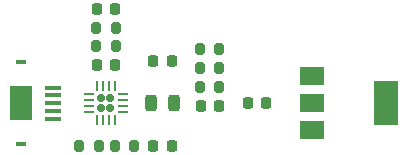
<source format=gtp>
%TF.GenerationSoftware,KiCad,Pcbnew,(6.0.0-0)*%
%TF.CreationDate,2022-11-25T09:54:55+01:00*%
%TF.ProjectId,bq24072_pmic_board,62713234-3037-4325-9f70-6d69635f626f,rev?*%
%TF.SameCoordinates,Original*%
%TF.FileFunction,Paste,Top*%
%TF.FilePolarity,Positive*%
%FSLAX46Y46*%
G04 Gerber Fmt 4.6, Leading zero omitted, Abs format (unit mm)*
G04 Created by KiCad (PCBNEW (6.0.0-0)) date 2022-11-25 09:54:55*
%MOMM*%
%LPD*%
G01*
G04 APERTURE LIST*
G04 Aperture macros list*
%AMRoundRect*
0 Rectangle with rounded corners*
0 $1 Rounding radius*
0 $2 $3 $4 $5 $6 $7 $8 $9 X,Y pos of 4 corners*
0 Add a 4 corners polygon primitive as box body*
4,1,4,$2,$3,$4,$5,$6,$7,$8,$9,$2,$3,0*
0 Add four circle primitives for the rounded corners*
1,1,$1+$1,$2,$3*
1,1,$1+$1,$4,$5*
1,1,$1+$1,$6,$7*
1,1,$1+$1,$8,$9*
0 Add four rect primitives between the rounded corners*
20,1,$1+$1,$2,$3,$4,$5,0*
20,1,$1+$1,$4,$5,$6,$7,0*
20,1,$1+$1,$6,$7,$8,$9,0*
20,1,$1+$1,$8,$9,$2,$3,0*%
G04 Aperture macros list end*
%ADD10RoundRect,0.200000X0.200000X0.275000X-0.200000X0.275000X-0.200000X-0.275000X0.200000X-0.275000X0*%
%ADD11RoundRect,0.200000X-0.200000X-0.275000X0.200000X-0.275000X0.200000X0.275000X-0.200000X0.275000X0*%
%ADD12RoundRect,0.218750X-0.218750X-0.256250X0.218750X-0.256250X0.218750X0.256250X-0.218750X0.256250X0*%
%ADD13RoundRect,0.225000X-0.225000X-0.250000X0.225000X-0.250000X0.225000X0.250000X-0.225000X0.250000X0*%
%ADD14RoundRect,0.160000X0.160000X-0.160000X0.160000X0.160000X-0.160000X0.160000X-0.160000X-0.160000X0*%
%ADD15RoundRect,0.062500X0.062500X-0.375000X0.062500X0.375000X-0.062500X0.375000X-0.062500X-0.375000X0*%
%ADD16RoundRect,0.062500X0.375000X-0.062500X0.375000X0.062500X-0.375000X0.062500X-0.375000X-0.062500X0*%
%ADD17RoundRect,0.218750X0.218750X0.256250X-0.218750X0.256250X-0.218750X-0.256250X0.218750X-0.256250X0*%
%ADD18R,0.850000X0.300000*%
%ADD19R,1.350000X0.400000*%
%ADD20R,1.900000X2.900000*%
%ADD21RoundRect,0.225000X0.225000X0.250000X-0.225000X0.250000X-0.225000X-0.250000X0.225000X-0.250000X0*%
%ADD22R,2.000000X1.500000*%
%ADD23R,2.000000X3.800000*%
%ADD24RoundRect,0.243750X-0.243750X-0.456250X0.243750X-0.456250X0.243750X0.456250X-0.243750X0.456250X0*%
G04 APERTURE END LIST*
D10*
X136025000Y-93600000D03*
X134375000Y-93600000D03*
X134450000Y-83600000D03*
X132800000Y-83600000D03*
D11*
X131350000Y-93600000D03*
X133000000Y-93600000D03*
X141575000Y-87000000D03*
X143225000Y-87000000D03*
D12*
X137612500Y-86400000D03*
X139187500Y-86400000D03*
D13*
X132825000Y-86800000D03*
X134375000Y-86800000D03*
X141625000Y-90200000D03*
X143175000Y-90200000D03*
D14*
X134000000Y-90400000D03*
X133200000Y-89600000D03*
X133200000Y-90400000D03*
X134000000Y-89600000D03*
D15*
X132850000Y-91437500D03*
X133350000Y-91437500D03*
X133850000Y-91437500D03*
X134350000Y-91437500D03*
D16*
X135037500Y-90750000D03*
X135037500Y-90250000D03*
X135037500Y-89750000D03*
X135037500Y-89250000D03*
D15*
X134350000Y-88562500D03*
X133850000Y-88562500D03*
X133350000Y-88562500D03*
X132850000Y-88562500D03*
D16*
X132162500Y-89250000D03*
X132162500Y-89750000D03*
X132162500Y-90250000D03*
X132162500Y-90750000D03*
D11*
X132800000Y-85200000D03*
X134450000Y-85200000D03*
D17*
X147187500Y-90000000D03*
X145612500Y-90000000D03*
D18*
X126420000Y-86500000D03*
X126420000Y-93500000D03*
D19*
X129095000Y-91300000D03*
X129095000Y-90650000D03*
X129095000Y-90000000D03*
X129095000Y-89350000D03*
X129095000Y-88700000D03*
D20*
X126420000Y-90000000D03*
D21*
X134375000Y-82000000D03*
X132825000Y-82000000D03*
D11*
X141575000Y-88600000D03*
X143225000Y-88600000D03*
D12*
X137612500Y-93600000D03*
X139187500Y-93600000D03*
D10*
X143225000Y-85400000D03*
X141575000Y-85400000D03*
D22*
X151050000Y-87700000D03*
X151050000Y-90000000D03*
D23*
X157350000Y-90000000D03*
D22*
X151050000Y-92300000D03*
D24*
X137462500Y-90000000D03*
X139337500Y-90000000D03*
M02*

</source>
